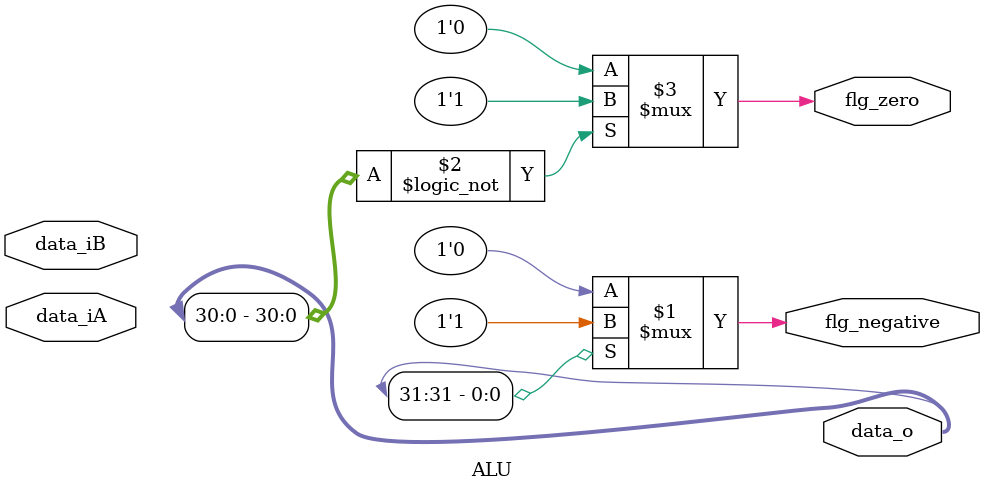
<source format=v>
module ALU(data_iA, data_iB, data_o, flg_negative, flg_zero);
    parameter   BUS_WIDTH = 32;
    
    input       [BUS_WIDTH - 1: 0] data_iA, data_iB;
    output      [BUS_WIDTH - 1: 0] data_o;
    output      flg_negative, flg_zero;

    assign flg_negative = data_o[31] ? 1'b1 : 1'b0;
    assign flg_zero     = (data_o[30:0] == 31'd0) ? 1'b1 : 1'b0;
    
endmodule
</source>
